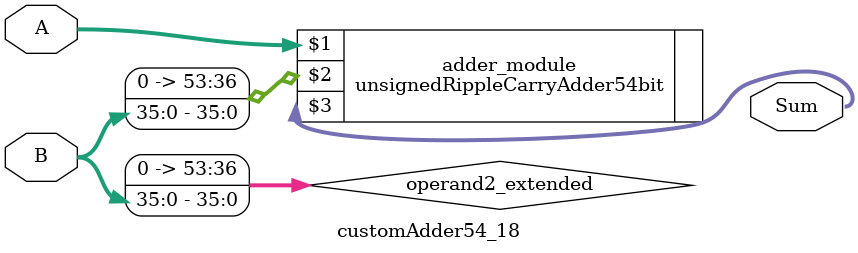
<source format=v>
module customAdder54_18(
                        input [53 : 0] A,
                        input [35 : 0] B,
                        
                        output [54 : 0] Sum
                );

        wire [53 : 0] operand2_extended;
        
        assign operand2_extended =  {18'b0, B};
        
        unsignedRippleCarryAdder54bit adder_module(
            A,
            operand2_extended,
            Sum
        );
        
        endmodule
        
</source>
